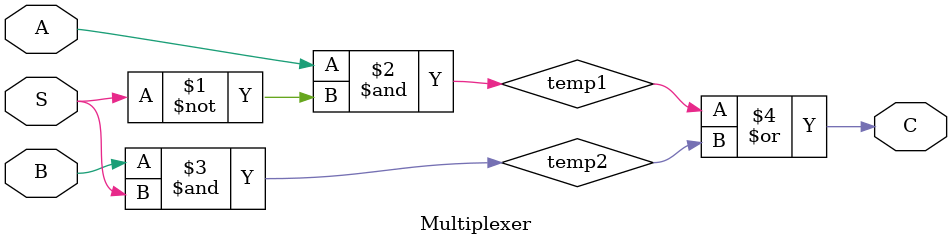
<source format=v>
`timescale 1ns / 1ps




module Multiplexer( input A,B,S, output C);
wire temp1,temp2;
    assign temp1 = A&(~S);
    assign temp2= B&S;
    assign C=temp1|temp2;
endmodule

</source>
